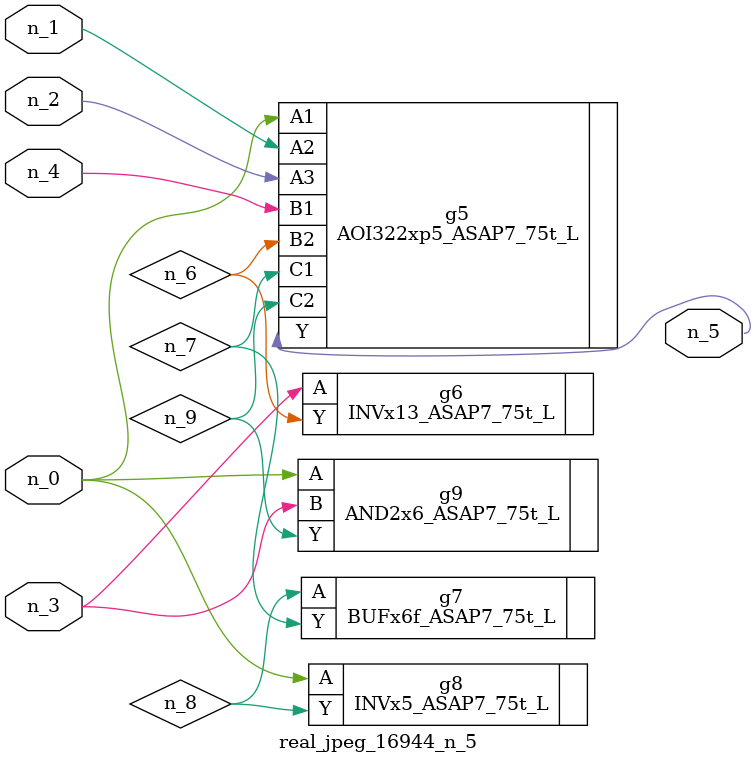
<source format=v>
module real_jpeg_16944_n_5 (n_4, n_0, n_1, n_2, n_3, n_5);

input n_4;
input n_0;
input n_1;
input n_2;
input n_3;

output n_5;

wire n_8;
wire n_6;
wire n_7;
wire n_9;

AOI322xp5_ASAP7_75t_L g5 ( 
.A1(n_0),
.A2(n_1),
.A3(n_2),
.B1(n_4),
.B2(n_6),
.C1(n_7),
.C2(n_9),
.Y(n_5)
);

INVx5_ASAP7_75t_L g8 ( 
.A(n_0),
.Y(n_8)
);

AND2x6_ASAP7_75t_L g9 ( 
.A(n_0),
.B(n_3),
.Y(n_9)
);

INVx13_ASAP7_75t_L g6 ( 
.A(n_3),
.Y(n_6)
);

BUFx6f_ASAP7_75t_L g7 ( 
.A(n_8),
.Y(n_7)
);


endmodule
</source>
